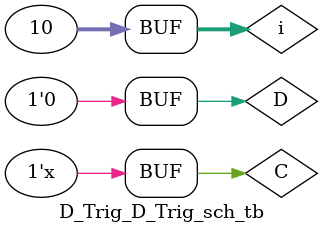
<source format=v>

`timescale 1ns / 1ps

module D_Trig_D_Trig_sch_tb();

// Inputs
   reg C;
   reg D;

// Output
   wire Q;
   wire Qn;

// Bidirs

// Instantiate the UUT
   D_Trig UUT (
		.C(C), 
		.Q(Q), 
		.Qn(Qn), 
		.D(D)
   );
// Initialize Inputs
	integer i ;
   initial begin
		C = 0;
		D = 0;
		#40;
		D = 1; // S=0,R=1,SET
		#100;
		D = 0; // S=1,R=0,RESET
		#100;
	end
	
	always @ * //pulse,Square wave 
		for (i=0;i<10;i=i+1)begin
			#50;
			C <= ~C;
		end
endmodule

</source>
